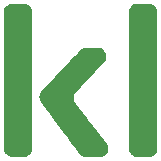
<source format=gbr>
%TF.GenerationSoftware,KiCad,Pcbnew,(5.99.0-2809-gaceed2b0a4)*%
%TF.CreationDate,2020-09-11T02:07:32-04:00*%
%TF.ProjectId,athene-pcb-f072,61746865-6e65-42d7-9063-622d66303732,rev?*%
%TF.SameCoordinates,Original*%
%TF.FileFunction,Legend,Top*%
%TF.FilePolarity,Positive*%
%FSLAX46Y46*%
G04 Gerber Fmt 4.6, Leading zero omitted, Abs format (unit mm)*
G04 Created by KiCad (PCBNEW (5.99.0-2809-gaceed2b0a4)) date 2020-09-11 02:07:32*
%MOMM*%
%LPD*%
G01*
G04 APERTURE LIST*
%ADD10O,1.700000X1.700000*%
%ADD11C,5.000000*%
%ADD12C,3.987800*%
%ADD13C,3.048000*%
%ADD14C,3.300000*%
%ADD15R,1.700000X1.700000*%
%ADD16C,3.980180*%
%ADD17C,1.700000*%
%ADD18C,2.950000*%
%ADD19C,0.650000*%
%ADD20O,1.000000X2.100000*%
%ADD21O,1.000000X1.600000*%
%ADD22R,1.998980X1.998980*%
%ADD23C,1.998980*%
G04 APERTURE END LIST*
%TO.C,kl logo*%
G36*
X167908009Y-95144575D02*
G01*
X168043585Y-95144934D01*
X168151557Y-95145801D01*
X168235934Y-95147395D01*
X168300726Y-95149935D01*
X168349942Y-95153641D01*
X168387593Y-95158732D01*
X168417687Y-95165427D01*
X168444235Y-95173947D01*
X168471112Y-95184454D01*
X168613782Y-95261005D01*
X168736549Y-95364281D01*
X168835177Y-95489697D01*
X168905428Y-95632672D01*
X168916815Y-95666546D01*
X168920074Y-95677514D01*
X168923126Y-95689397D01*
X168925977Y-95703352D01*
X168928634Y-95720535D01*
X168931105Y-95742103D01*
X168933395Y-95769213D01*
X168935511Y-95803021D01*
X168937461Y-95844684D01*
X168939252Y-95895358D01*
X168940889Y-95956199D01*
X168942380Y-96028365D01*
X168943732Y-96113011D01*
X168944952Y-96211295D01*
X168946046Y-96324372D01*
X168947021Y-96453400D01*
X168947885Y-96599535D01*
X168948643Y-96763933D01*
X168949303Y-96947751D01*
X168949871Y-97152145D01*
X168950355Y-97378272D01*
X168950761Y-97627289D01*
X168951095Y-97900352D01*
X168951366Y-98198618D01*
X168951579Y-98523242D01*
X168951742Y-98875382D01*
X168951861Y-99256195D01*
X168951943Y-99666836D01*
X168951995Y-100108462D01*
X168952023Y-100582230D01*
X168952035Y-101089296D01*
X168952038Y-101630817D01*
X168952038Y-101637000D01*
X168952035Y-102178908D01*
X168952023Y-102686349D01*
X168951995Y-103160479D01*
X168951943Y-103602454D01*
X168951862Y-104013431D01*
X168951743Y-104394567D01*
X168951581Y-104747018D01*
X168951369Y-105071940D01*
X168951099Y-105370491D01*
X168950765Y-105643826D01*
X168950360Y-105893102D01*
X168949877Y-106119476D01*
X168949309Y-106324105D01*
X168948651Y-106508144D01*
X168947894Y-106672750D01*
X168947032Y-106819080D01*
X168946058Y-106948291D01*
X168944965Y-107061538D01*
X168943747Y-107159979D01*
X168942396Y-107244770D01*
X168940906Y-107317067D01*
X168939270Y-107378027D01*
X168937482Y-107428807D01*
X168935534Y-107470563D01*
X168933419Y-107504452D01*
X168931131Y-107531629D01*
X168928663Y-107553253D01*
X168926008Y-107570478D01*
X168923159Y-107584463D01*
X168920109Y-107596362D01*
X168916852Y-107607333D01*
X168916815Y-107607454D01*
X168853507Y-107753666D01*
X168760925Y-107883353D01*
X168643391Y-107991843D01*
X168505226Y-108074467D01*
X168471112Y-108089268D01*
X168442873Y-108100126D01*
X168414714Y-108108834D01*
X168382424Y-108115657D01*
X168341789Y-108120858D01*
X168288596Y-108124702D01*
X168218632Y-108127453D01*
X168127684Y-108129374D01*
X168011538Y-108130731D01*
X167865983Y-108131787D01*
X167785348Y-108132259D01*
X167640518Y-108132607D01*
X167504068Y-108132045D01*
X167380881Y-108130662D01*
X167275839Y-108128544D01*
X167193822Y-108125780D01*
X167139714Y-108122459D01*
X167123039Y-108120311D01*
X166984040Y-108074395D01*
X166855032Y-107998499D01*
X166741187Y-107897937D01*
X166647677Y-107778026D01*
X166579673Y-107644081D01*
X166546638Y-107527869D01*
X166544931Y-107500606D01*
X166543335Y-107438187D01*
X166541849Y-107341080D01*
X166540476Y-107209752D01*
X166539216Y-107044672D01*
X166538070Y-106846308D01*
X166537039Y-106615127D01*
X166536125Y-106351597D01*
X166535327Y-106056186D01*
X166534648Y-105729362D01*
X166534088Y-105371593D01*
X166533648Y-104983347D01*
X166533329Y-104565092D01*
X166533132Y-104117294D01*
X166533059Y-103640424D01*
X166533109Y-103134947D01*
X166533285Y-102601333D01*
X166533587Y-102040049D01*
X166533918Y-101574370D01*
X166538504Y-95714490D01*
X166578836Y-95616523D01*
X166658408Y-95467767D01*
X166764284Y-95342800D01*
X166895037Y-95243050D01*
X167010523Y-95184836D01*
X167037448Y-95174187D01*
X167063799Y-95165598D01*
X167093582Y-95158849D01*
X167130807Y-95153717D01*
X167179479Y-95149981D01*
X167243608Y-95147421D01*
X167327199Y-95145814D01*
X167434261Y-95144940D01*
X167568802Y-95144577D01*
X167734828Y-95144504D01*
X167740818Y-95144504D01*
X167908009Y-95144575D01*
G37*
G36*
X173779936Y-98860200D02*
G01*
X173931169Y-98861177D01*
X174026373Y-98861940D01*
X174661665Y-98867224D01*
X174777865Y-98924457D01*
X174912583Y-99009403D01*
X175024222Y-99117681D01*
X175110672Y-99244523D01*
X175169822Y-99385159D01*
X175199559Y-99534820D01*
X175197773Y-99688739D01*
X175171611Y-99813778D01*
X175143145Y-99890640D01*
X175106639Y-99967003D01*
X175075702Y-100017823D01*
X175055262Y-100042159D01*
X175012047Y-100090418D01*
X174947826Y-100160706D01*
X174864369Y-100251126D01*
X174763446Y-100359784D01*
X174646826Y-100484783D01*
X174516279Y-100624230D01*
X174373574Y-100776228D01*
X174220483Y-100938882D01*
X174058773Y-101110297D01*
X173890216Y-101288577D01*
X173814731Y-101368291D01*
X173643671Y-101549167D01*
X173478714Y-101724206D01*
X173321632Y-101891495D01*
X173174193Y-102049123D01*
X173038170Y-102195175D01*
X172915331Y-102327740D01*
X172807448Y-102444903D01*
X172716290Y-102544753D01*
X172643628Y-102625377D01*
X172591232Y-102684862D01*
X172560872Y-102721294D01*
X172555011Y-102729431D01*
X172494560Y-102854036D01*
X172457426Y-102991114D01*
X172446910Y-103127225D01*
X172448969Y-103161076D01*
X172459538Y-103240254D01*
X172477471Y-103313430D01*
X172505651Y-103386223D01*
X172546962Y-103464250D01*
X172604288Y-103553127D01*
X172680511Y-103658473D01*
X172752801Y-103752937D01*
X172794394Y-103806401D01*
X172856077Y-103885604D01*
X172936022Y-103988201D01*
X173032402Y-104111848D01*
X173143387Y-104254200D01*
X173267150Y-104412914D01*
X173401862Y-104585644D01*
X173545696Y-104770046D01*
X173696822Y-104963777D01*
X173853414Y-105164491D01*
X174013642Y-105369844D01*
X174109987Y-105493311D01*
X174267047Y-105694711D01*
X174418424Y-105889076D01*
X174562612Y-106074460D01*
X174698104Y-106248915D01*
X174823396Y-106410494D01*
X174936980Y-106557249D01*
X175037351Y-106687234D01*
X175123004Y-106798499D01*
X175192431Y-106889099D01*
X175244127Y-106957085D01*
X175276586Y-107000511D01*
X175287681Y-107016243D01*
X175343441Y-107139486D01*
X175374300Y-107278950D01*
X175379904Y-107425035D01*
X175359893Y-107568142D01*
X175313913Y-107698669D01*
X175313115Y-107700297D01*
X175224187Y-107844308D01*
X175113168Y-107961235D01*
X174981683Y-108049718D01*
X174831360Y-108108399D01*
X174821823Y-108110930D01*
X174770822Y-108119090D01*
X174689721Y-108125892D01*
X174583879Y-108131337D01*
X174458655Y-108135432D01*
X174319408Y-108138179D01*
X174171495Y-108139582D01*
X174020277Y-108139646D01*
X173871112Y-108138374D01*
X173729359Y-108135771D01*
X173600376Y-108131839D01*
X173489522Y-108126583D01*
X173402157Y-108120008D01*
X173343639Y-108112116D01*
X173333805Y-108109847D01*
X173243076Y-108077207D01*
X173147852Y-108029318D01*
X173061800Y-107973862D01*
X173004218Y-107924591D01*
X172988884Y-107905409D01*
X172953506Y-107859182D01*
X172899256Y-107787481D01*
X172827307Y-107691876D01*
X172738832Y-107573939D01*
X172635005Y-107435241D01*
X172516998Y-107277353D01*
X172385984Y-107101845D01*
X172243136Y-106910288D01*
X172089628Y-106704254D01*
X171926632Y-106485313D01*
X171755322Y-106255037D01*
X171576870Y-106014996D01*
X171392449Y-105766761D01*
X171294940Y-105635446D01*
X171046629Y-105300762D01*
X170819371Y-104993972D01*
X170612765Y-104714525D01*
X170426413Y-104461874D01*
X170259915Y-104235471D01*
X170112871Y-104034765D01*
X169984883Y-103859210D01*
X169875550Y-103708256D01*
X169784474Y-103581355D01*
X169711256Y-103477959D01*
X169655495Y-103397517D01*
X169616792Y-103339484D01*
X169594749Y-103303308D01*
X169589958Y-103293522D01*
X169569104Y-103231037D01*
X169556930Y-103164907D01*
X169551618Y-103082668D01*
X169550961Y-103026341D01*
X169560560Y-102878266D01*
X169590871Y-102752750D01*
X169644167Y-102641873D01*
X169673852Y-102597900D01*
X169695266Y-102572518D01*
X169739291Y-102523581D01*
X169804187Y-102452917D01*
X169888211Y-102362359D01*
X169989623Y-102253737D01*
X170106680Y-102128881D01*
X170237642Y-101989621D01*
X170380766Y-101837789D01*
X170534312Y-101675214D01*
X170696538Y-101503728D01*
X170865702Y-101325161D01*
X171040064Y-101141343D01*
X171217881Y-100954105D01*
X171397413Y-100765278D01*
X171576918Y-100576692D01*
X171754653Y-100390178D01*
X171928879Y-100207565D01*
X172097854Y-100030686D01*
X172259835Y-99861370D01*
X172413082Y-99701447D01*
X172555854Y-99552749D01*
X172686408Y-99417106D01*
X172803004Y-99296348D01*
X172903899Y-99192307D01*
X172987353Y-99106811D01*
X173051624Y-99041693D01*
X173094971Y-98998783D01*
X173115652Y-98979911D01*
X173115849Y-98979773D01*
X173180389Y-98941664D01*
X173256168Y-98905529D01*
X173292658Y-98891249D01*
X173320791Y-98882093D01*
X173350259Y-98874764D01*
X173385076Y-98869103D01*
X173429258Y-98864950D01*
X173486820Y-98862143D01*
X173561776Y-98860523D01*
X173658144Y-98859929D01*
X173779936Y-98860200D01*
G37*
G36*
X178565985Y-95138496D02*
G01*
X178694262Y-95140121D01*
X178798499Y-95142985D01*
X178874725Y-95147013D01*
X178916509Y-95151647D01*
X179066440Y-95196835D01*
X179202332Y-95272145D01*
X179320005Y-95373466D01*
X179415278Y-95496687D01*
X179483968Y-95637698D01*
X179512525Y-95737631D01*
X179514421Y-95764383D01*
X179516228Y-95825133D01*
X179517946Y-95918254D01*
X179519576Y-96042120D01*
X179521117Y-96195105D01*
X179522570Y-96375582D01*
X179523934Y-96581925D01*
X179525209Y-96812508D01*
X179526396Y-97065704D01*
X179527495Y-97339888D01*
X179528505Y-97633432D01*
X179529426Y-97944710D01*
X179530259Y-98272097D01*
X179531003Y-98613966D01*
X179531659Y-98968690D01*
X179532226Y-99334643D01*
X179532704Y-99710199D01*
X179533095Y-100093731D01*
X179533396Y-100483614D01*
X179533609Y-100878220D01*
X179533733Y-101275924D01*
X179533769Y-101675099D01*
X179533716Y-102074119D01*
X179533575Y-102471357D01*
X179533345Y-102865188D01*
X179533027Y-103253984D01*
X179532620Y-103636120D01*
X179532125Y-104009970D01*
X179531540Y-104373906D01*
X179530868Y-104726303D01*
X179530107Y-105065534D01*
X179529257Y-105389973D01*
X179528319Y-105697993D01*
X179527292Y-105987969D01*
X179526177Y-106258274D01*
X179524973Y-106507281D01*
X179523680Y-106733365D01*
X179522299Y-106934899D01*
X179520830Y-107110256D01*
X179519272Y-107257811D01*
X179517625Y-107375936D01*
X179515890Y-107463007D01*
X179514066Y-107517395D01*
X179512525Y-107536369D01*
X179466131Y-107679104D01*
X179391741Y-107811724D01*
X179294637Y-107927283D01*
X179180100Y-108018835D01*
X179120142Y-108052377D01*
X179069395Y-108075477D01*
X179019307Y-108094075D01*
X178965374Y-108108636D01*
X178903096Y-108119625D01*
X178827970Y-108127507D01*
X178735494Y-108132746D01*
X178621167Y-108135807D01*
X178480487Y-108137154D01*
X178308952Y-108137253D01*
X178298041Y-108137230D01*
X178130360Y-108136443D01*
X177994395Y-108134774D01*
X177886244Y-108132055D01*
X177802007Y-108128119D01*
X177737781Y-108122796D01*
X177689666Y-108115920D01*
X177662568Y-108109848D01*
X177512249Y-108051782D01*
X177381224Y-107964834D01*
X177272197Y-107851652D01*
X177187874Y-107714882D01*
X177143708Y-107602421D01*
X177140584Y-107591684D01*
X177137659Y-107579431D01*
X177134926Y-107564508D01*
X177132379Y-107545759D01*
X177130012Y-107522030D01*
X177127817Y-107492166D01*
X177125788Y-107455012D01*
X177123919Y-107409414D01*
X177122203Y-107354216D01*
X177120633Y-107288263D01*
X177119204Y-107210402D01*
X177117908Y-107119477D01*
X177116739Y-107014333D01*
X177115690Y-106893816D01*
X177114755Y-106756771D01*
X177113928Y-106602043D01*
X177113202Y-106428477D01*
X177112570Y-106234919D01*
X177112025Y-106020213D01*
X177111562Y-105783205D01*
X177111174Y-105522741D01*
X177110854Y-105237665D01*
X177110595Y-104926822D01*
X177110392Y-104589058D01*
X177110237Y-104223219D01*
X177110124Y-103828148D01*
X177110047Y-103402692D01*
X177109999Y-102945695D01*
X177109973Y-102456004D01*
X177109963Y-101932462D01*
X177109962Y-101637289D01*
X177109965Y-101095367D01*
X177109977Y-100587913D01*
X177110005Y-100113769D01*
X177110057Y-99671780D01*
X177110138Y-99260790D01*
X177110257Y-98879640D01*
X177110419Y-98527176D01*
X177110631Y-98202241D01*
X177110901Y-97903678D01*
X177111235Y-97630330D01*
X177111640Y-97381042D01*
X177112123Y-97154656D01*
X177112690Y-96950016D01*
X177113349Y-96765966D01*
X177114106Y-96601349D01*
X177114968Y-96455008D01*
X177115942Y-96325788D01*
X177117035Y-96212531D01*
X177118253Y-96114082D01*
X177119603Y-96029283D01*
X177121093Y-95956978D01*
X177122729Y-95896011D01*
X177124517Y-95845225D01*
X177126465Y-95803463D01*
X177128580Y-95769570D01*
X177130868Y-95742388D01*
X177133336Y-95720761D01*
X177135991Y-95703533D01*
X177138839Y-95689547D01*
X177141888Y-95677647D01*
X177145145Y-95666675D01*
X177145185Y-95666546D01*
X177208489Y-95520344D01*
X177301057Y-95390667D01*
X177418554Y-95282199D01*
X177556643Y-95199628D01*
X177590888Y-95184782D01*
X177619890Y-95173711D01*
X177649091Y-95164847D01*
X177682823Y-95157892D01*
X177725421Y-95152549D01*
X177781216Y-95148518D01*
X177854541Y-95145503D01*
X177949730Y-95143206D01*
X178071115Y-95141329D01*
X178223030Y-95139573D01*
X178253193Y-95139255D01*
X178417638Y-95138182D01*
X178565985Y-95138496D01*
G37*
%TD*%
%LPC*%
D10*
%TO.C,J5*%
X45415200Y-83210400D03*
X47955200Y-83210400D03*
X50495200Y-83210400D03*
X53035200Y-83210400D03*
X55575200Y-83210400D03*
X58115200Y-83210400D03*
%TD*%
D11*
%TO.C,H4*%
X203200000Y-101600000D03*
%TD*%
D12*
%TO.C,ST_LSHIFT*%
X49244250Y-90805000D03*
D13*
X25368250Y-75565000D03*
D12*
X25368250Y-90805000D03*
D13*
X49244250Y-75565000D03*
%TD*%
%TO.C,ST_BKSP*%
X270637000Y-18415000D03*
D12*
X270637000Y-33655000D03*
D13*
X294513000Y-18415000D03*
D12*
X294513000Y-33655000D03*
%TD*%
D14*
%TO.C,H5*%
X282575000Y-101600000D03*
%TD*%
%TO.C,H3*%
X144462500Y-63500000D03*
%TD*%
D11*
%TO.C,H2*%
X40481250Y-101600000D03*
%TD*%
D12*
%TO.C,ST_ENTER*%
X292131750Y-55245000D03*
X268255750Y-55245000D03*
D13*
X292131750Y-70485000D03*
X268255750Y-70485000D03*
%TD*%
D11*
%TO.C,H1*%
X40481250Y-44450000D03*
%TD*%
D15*
%TO.C,J3*%
X21590000Y-61366400D03*
D10*
X21590000Y-63906400D03*
X21590000Y-66446400D03*
X21590000Y-68986400D03*
X21590000Y-71526400D03*
X21590000Y-74066400D03*
%TD*%
D11*
%TO.C,H6*%
X276225000Y-44454000D03*
%TD*%
D16*
%TO.C,K54*%
X220662500Y-82550000D03*
D17*
X215582500Y-82550000D03*
D18*
X223202500Y-77470000D03*
X216852500Y-80010000D03*
D17*
X225742500Y-82550000D03*
%TD*%
D19*
%TO.C,J1*%
X32035000Y-22062500D03*
X37815000Y-22062500D03*
D20*
X30605000Y-22592500D03*
D21*
X39245000Y-18412500D03*
X30605000Y-18412500D03*
D20*
X39245000Y-22592500D03*
%TD*%
D17*
%TO.C,K14*%
X287655000Y-25400000D03*
D18*
X278765000Y-22860000D03*
D16*
X282575000Y-25400000D03*
D17*
X277495000Y-25400000D03*
D18*
X285115000Y-20320000D03*
%TD*%
%TO.C,K58*%
X313690000Y-77470000D03*
X307340000Y-80010000D03*
D17*
X306070000Y-82550000D03*
D16*
X311150000Y-82550000D03*
D17*
X316230000Y-82550000D03*
%TD*%
D18*
%TO.C,K24*%
X183515000Y-41910000D03*
D17*
X192405000Y-44450000D03*
X182245000Y-44450000D03*
D18*
X189865000Y-39370000D03*
D16*
X187325000Y-44450000D03*
%TD*%
%TO.C,K51*%
X163512500Y-82550000D03*
D18*
X159702500Y-80010000D03*
D17*
X168592500Y-82550000D03*
D18*
X166052500Y-77470000D03*
D17*
X158432500Y-82550000D03*
%TD*%
D16*
%TO.C,K22*%
X149225000Y-44450000D03*
D18*
X145415000Y-41910000D03*
D17*
X154305000Y-44450000D03*
X144145000Y-44450000D03*
D18*
X151765000Y-39370000D03*
%TD*%
D17*
%TO.C,K59*%
X22701250Y-101600000D03*
D18*
X30321250Y-96520000D03*
D16*
X27781250Y-101600000D03*
D17*
X32861250Y-101600000D03*
D18*
X23971250Y-99060000D03*
%TD*%
D17*
%TO.C,K15*%
X306070000Y-25400000D03*
X316230000Y-25400000D03*
D18*
X307340000Y-22860000D03*
X313690000Y-20320000D03*
D16*
X311150000Y-25400000D03*
%TD*%
D18*
%TO.C,K6*%
X116840000Y-22860000D03*
D17*
X115570000Y-25400000D03*
D18*
X123190000Y-20320000D03*
D17*
X125730000Y-25400000D03*
D16*
X120650000Y-25400000D03*
%TD*%
%TO.C,K55*%
X239712500Y-82550000D03*
D17*
X234632500Y-82550000D03*
D18*
X235902500Y-80010000D03*
X242252500Y-77470000D03*
D17*
X244792500Y-82550000D03*
%TD*%
D18*
%TO.C,K9*%
X180340000Y-20320000D03*
D17*
X172720000Y-25400000D03*
D18*
X173990000Y-22860000D03*
D17*
X182880000Y-25400000D03*
D16*
X177800000Y-25400000D03*
%TD*%
D18*
%TO.C,K53*%
X204152500Y-77470000D03*
D16*
X201612500Y-82550000D03*
D18*
X197802500Y-80010000D03*
D17*
X206692500Y-82550000D03*
X196532500Y-82550000D03*
%TD*%
D18*
%TO.C,K31*%
X28733750Y-60960000D03*
D17*
X37623750Y-63500000D03*
D16*
X32543750Y-63500000D03*
D18*
X35083750Y-58420000D03*
D17*
X27463750Y-63500000D03*
%TD*%
D18*
%TO.C,K28*%
X259715000Y-41910000D03*
D17*
X258445000Y-44450000D03*
X268605000Y-44450000D03*
D16*
X263525000Y-44450000D03*
D18*
X266065000Y-39370000D03*
%TD*%
%TO.C,K30*%
X307340000Y-41910000D03*
D17*
X316230000Y-44450000D03*
D16*
X311150000Y-44450000D03*
D17*
X306070000Y-44450000D03*
D18*
X313690000Y-39370000D03*
%TD*%
D17*
%TO.C,K23*%
X173355000Y-44450000D03*
D16*
X168275000Y-44450000D03*
D18*
X164465000Y-41910000D03*
X170815000Y-39370000D03*
D17*
X163195000Y-44450000D03*
%TD*%
D22*
%TO.C,J2*%
X21590000Y-46228000D03*
D23*
X21590000Y-49403000D03*
X21590000Y-52578000D03*
X21590000Y-55753000D03*
%TD*%
D18*
%TO.C,K17*%
X50165000Y-41910000D03*
D17*
X48895000Y-44450000D03*
D18*
X56515000Y-39370000D03*
D16*
X53975000Y-44450000D03*
D17*
X59055000Y-44450000D03*
%TD*%
D16*
%TO.C,K26*%
X225425000Y-44450000D03*
D17*
X220345000Y-44450000D03*
X230505000Y-44450000D03*
D18*
X221615000Y-41910000D03*
X227965000Y-39370000D03*
%TD*%
D17*
%TO.C,K61*%
X70326250Y-101600000D03*
X80486250Y-101600000D03*
D16*
X75406250Y-101600000D03*
D18*
X71596250Y-99060000D03*
X77946250Y-96520000D03*
%TD*%
%TO.C,K5*%
X97790000Y-22860000D03*
D17*
X106680000Y-25400000D03*
X96520000Y-25400000D03*
D16*
X101600000Y-25400000D03*
D18*
X104140000Y-20320000D03*
%TD*%
D17*
%TO.C,K29*%
X292417500Y-44450000D03*
D18*
X283527500Y-41910000D03*
D17*
X282257500Y-44450000D03*
D16*
X287337500Y-44450000D03*
D18*
X289877500Y-39370000D03*
%TD*%
%TO.C,K47*%
X89852500Y-77470000D03*
X83502500Y-80010000D03*
D16*
X87312500Y-82550000D03*
D17*
X82232500Y-82550000D03*
X92392500Y-82550000D03*
%TD*%
%TO.C,K64*%
X254317500Y-101600000D03*
D18*
X245427500Y-99060000D03*
X251777500Y-96520000D03*
D17*
X244157500Y-101600000D03*
D16*
X249237500Y-101600000D03*
%TD*%
D18*
%TO.C,K2*%
X41910000Y-30480000D03*
D17*
X49530000Y-25400000D03*
X39370000Y-25400000D03*
D18*
X48260000Y-27940000D03*
D16*
X44450000Y-25400000D03*
%TD*%
%TO.C,K42*%
X249237500Y-63500000D03*
D17*
X254317500Y-63500000D03*
D18*
X245427500Y-60960000D03*
D17*
X244157500Y-63500000D03*
D18*
X251777500Y-58420000D03*
%TD*%
%TO.C,K38*%
X169227500Y-60960000D03*
D16*
X173037500Y-63500000D03*
D17*
X178117500Y-63500000D03*
D18*
X175577500Y-58420000D03*
D17*
X167957500Y-63500000D03*
%TD*%
%TO.C,K20*%
X106045000Y-44450000D03*
D16*
X111125000Y-44450000D03*
D18*
X113665000Y-39370000D03*
D17*
X116205000Y-44450000D03*
D18*
X107315000Y-41910000D03*
%TD*%
D17*
%TO.C,K52*%
X187642500Y-82550000D03*
X177482500Y-82550000D03*
D18*
X185102500Y-77470000D03*
D16*
X182562500Y-82550000D03*
D18*
X178752500Y-80010000D03*
%TD*%
D16*
%TO.C,K27*%
X244475000Y-44450000D03*
D18*
X240665000Y-41910000D03*
D17*
X249555000Y-44450000D03*
X239395000Y-44450000D03*
D18*
X247015000Y-39370000D03*
%TD*%
%TO.C,K4*%
X85090000Y-20320000D03*
D17*
X77470000Y-25400000D03*
D16*
X82550000Y-25400000D03*
D17*
X87630000Y-25400000D03*
D18*
X78740000Y-22860000D03*
%TD*%
D17*
%TO.C,K48*%
X111442500Y-82550000D03*
X101282500Y-82550000D03*
D18*
X102552500Y-80010000D03*
D16*
X106362500Y-82550000D03*
D18*
X108902500Y-77470000D03*
%TD*%
%TO.C,K49*%
X127952500Y-77470000D03*
D17*
X120332500Y-82550000D03*
D16*
X125412500Y-82550000D03*
D18*
X121602500Y-80010000D03*
D17*
X130492500Y-82550000D03*
%TD*%
%TO.C,K41*%
X235267500Y-63500000D03*
D16*
X230187500Y-63500000D03*
D18*
X226377500Y-60960000D03*
D17*
X225107500Y-63500000D03*
D18*
X232727500Y-58420000D03*
%TD*%
D17*
%TO.C,K33*%
X82867500Y-63500000D03*
D18*
X73977500Y-60960000D03*
X80327500Y-58420000D03*
D16*
X77787500Y-63500000D03*
D17*
X72707500Y-63500000D03*
%TD*%
%TO.C,K1*%
X20320000Y-25400000D03*
D18*
X29210000Y-27940000D03*
D16*
X25400000Y-25400000D03*
D17*
X30480000Y-25400000D03*
D18*
X22860000Y-30480000D03*
%TD*%
D12*
%TO.C,ST_SPACE*%
X96805750Y-93345000D03*
D13*
X196881750Y-108585000D03*
D12*
X196881750Y-93345000D03*
D13*
X96805750Y-108585000D03*
%TD*%
D18*
%TO.C,K32*%
X54927500Y-60960000D03*
D17*
X63817500Y-63500000D03*
X53657500Y-63500000D03*
D18*
X61277500Y-58420000D03*
D16*
X58737500Y-63500000D03*
%TD*%
D17*
%TO.C,K19*%
X86995000Y-44450000D03*
D16*
X92075000Y-44450000D03*
D18*
X94615000Y-39370000D03*
D17*
X97155000Y-44450000D03*
D18*
X88265000Y-41910000D03*
%TD*%
%TO.C,K18*%
X75565000Y-39370000D03*
D17*
X67945000Y-44450000D03*
D16*
X73025000Y-44450000D03*
D18*
X69215000Y-41910000D03*
D17*
X78105000Y-44450000D03*
%TD*%
D22*
%TO.C,J4*%
X304781962Y-105568750D03*
D23*
X301606962Y-105568750D03*
X298431962Y-105568750D03*
%TD*%
D18*
%TO.C,K25*%
X202565000Y-41910000D03*
D17*
X201295000Y-44450000D03*
D16*
X206375000Y-44450000D03*
D17*
X211455000Y-44450000D03*
D18*
X208915000Y-39370000D03*
%TD*%
%TO.C,K50*%
X147002500Y-77470000D03*
X140652500Y-80010000D03*
D16*
X144462500Y-82550000D03*
D17*
X139382500Y-82550000D03*
X149542500Y-82550000D03*
%TD*%
%TO.C,K45*%
X32226250Y-82550000D03*
D16*
X37306250Y-82550000D03*
D17*
X42386250Y-82550000D03*
D18*
X33496250Y-80010000D03*
X39846250Y-77470000D03*
%TD*%
%TO.C,K36*%
X137477500Y-58420000D03*
D17*
X140017500Y-63500000D03*
D18*
X131127500Y-60960000D03*
D17*
X129857500Y-63500000D03*
D16*
X134937500Y-63500000D03*
%TD*%
D18*
%TO.C,K39*%
X188277500Y-60960000D03*
D17*
X197167500Y-63500000D03*
X187007500Y-63500000D03*
D18*
X194627500Y-58420000D03*
D16*
X192087500Y-63500000D03*
%TD*%
D17*
%TO.C,K3*%
X68580000Y-25400000D03*
D16*
X63500000Y-25400000D03*
D17*
X58420000Y-25400000D03*
D18*
X59690000Y-22860000D03*
X66040000Y-20320000D03*
%TD*%
D17*
%TO.C,K37*%
X159067500Y-63500000D03*
X148907500Y-63500000D03*
D16*
X153987500Y-63500000D03*
D18*
X156527500Y-58420000D03*
X150177500Y-60960000D03*
%TD*%
D17*
%TO.C,K60*%
X56673750Y-101600000D03*
D18*
X54133750Y-96520000D03*
D16*
X51593750Y-101600000D03*
D17*
X46513750Y-101600000D03*
D18*
X47783750Y-99060000D03*
%TD*%
D17*
%TO.C,K40*%
X216217500Y-63500000D03*
D18*
X213677500Y-58420000D03*
D16*
X211137500Y-63500000D03*
D17*
X206057500Y-63500000D03*
D18*
X207327500Y-60960000D03*
%TD*%
%TO.C,K43*%
X276383750Y-60960000D03*
X282733750Y-58420000D03*
D16*
X280193750Y-63500000D03*
D17*
X275113750Y-63500000D03*
X285273750Y-63500000D03*
%TD*%
D18*
%TO.C,K10*%
X193040000Y-22860000D03*
X199390000Y-20320000D03*
D17*
X201930000Y-25400000D03*
X191770000Y-25400000D03*
D16*
X196850000Y-25400000D03*
%TD*%
D18*
%TO.C,K46*%
X64452500Y-80010000D03*
D17*
X73342500Y-82550000D03*
X63182500Y-82550000D03*
D16*
X68262500Y-82550000D03*
D18*
X70802500Y-77470000D03*
%TD*%
%TO.C,K56*%
X268446250Y-77470000D03*
D16*
X265906250Y-82550000D03*
D17*
X260826250Y-82550000D03*
D18*
X262096250Y-80010000D03*
D17*
X270986250Y-82550000D03*
%TD*%
%TO.C,K13*%
X259080000Y-25400000D03*
D18*
X256540000Y-20320000D03*
D17*
X248920000Y-25400000D03*
D16*
X254000000Y-25400000D03*
D18*
X250190000Y-22860000D03*
%TD*%
%TO.C,K34*%
X99377500Y-58420000D03*
D17*
X101917500Y-63500000D03*
X91757500Y-63500000D03*
D18*
X93027500Y-60960000D03*
D16*
X96837500Y-63500000D03*
%TD*%
D18*
%TO.C,K62*%
X143033750Y-99060000D03*
D17*
X141763750Y-101600000D03*
D16*
X146843750Y-101600000D03*
D17*
X151923750Y-101600000D03*
D18*
X149383750Y-96520000D03*
%TD*%
D17*
%TO.C,K35*%
X120967500Y-63500000D03*
X110807500Y-63500000D03*
D18*
X112077500Y-60960000D03*
D16*
X115887500Y-63500000D03*
D18*
X118427500Y-58420000D03*
%TD*%
D16*
%TO.C,K65*%
X273050000Y-101600000D03*
D18*
X269240000Y-99060000D03*
D17*
X267970000Y-101600000D03*
D18*
X275590000Y-96520000D03*
D17*
X278130000Y-101600000D03*
%TD*%
%TO.C,K63*%
X215582500Y-101600000D03*
X225742500Y-101600000D03*
D18*
X223202500Y-96520000D03*
X216852500Y-99060000D03*
D16*
X220662500Y-101600000D03*
%TD*%
%TO.C,K44*%
X311150000Y-63500000D03*
D18*
X307340000Y-60960000D03*
D17*
X306070000Y-63500000D03*
X316230000Y-63500000D03*
D18*
X313690000Y-58420000D03*
%TD*%
D17*
%TO.C,K16*%
X35242500Y-44450000D03*
D18*
X26352500Y-41910000D03*
D17*
X25082500Y-44450000D03*
D18*
X32702500Y-39370000D03*
D16*
X30162500Y-44450000D03*
%TD*%
D18*
%TO.C,K67*%
X313690000Y-96520000D03*
D16*
X311150000Y-101600000D03*
D17*
X306070000Y-101600000D03*
X316230000Y-101600000D03*
D18*
X307340000Y-99060000D03*
%TD*%
D17*
%TO.C,K57*%
X287020000Y-82550000D03*
D16*
X292100000Y-82550000D03*
D18*
X288290000Y-80010000D03*
D17*
X297180000Y-82550000D03*
D18*
X294640000Y-77470000D03*
%TD*%
D16*
%TO.C,K66*%
X292100000Y-101600000D03*
D18*
X288290000Y-99060000D03*
X294640000Y-96520000D03*
D17*
X297180000Y-101600000D03*
X287020000Y-101600000D03*
%TD*%
D16*
%TO.C,K11*%
X215900000Y-25400000D03*
D17*
X210820000Y-25400000D03*
D18*
X218440000Y-20320000D03*
X212090000Y-22860000D03*
D17*
X220980000Y-25400000D03*
%TD*%
%TO.C,K8*%
X153670000Y-25400000D03*
X163830000Y-25400000D03*
D18*
X161290000Y-20320000D03*
D16*
X158750000Y-25400000D03*
D18*
X154940000Y-22860000D03*
%TD*%
D16*
%TO.C,K7*%
X139700000Y-25400000D03*
D17*
X134620000Y-25400000D03*
D18*
X142240000Y-20320000D03*
X135890000Y-22860000D03*
D17*
X144780000Y-25400000D03*
%TD*%
%TO.C,K21*%
X135255000Y-44450000D03*
X125095000Y-44450000D03*
D18*
X126365000Y-41910000D03*
D16*
X130175000Y-44450000D03*
D18*
X132715000Y-39370000D03*
%TD*%
D17*
%TO.C,K12*%
X229870000Y-25400000D03*
D18*
X231140000Y-22860000D03*
X237490000Y-20320000D03*
D17*
X240030000Y-25400000D03*
D16*
X234950000Y-25400000D03*
%TD*%
M02*

</source>
